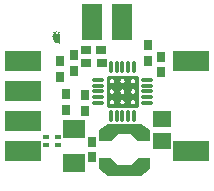
<source format=gts>
G04 DipTrace 2.4.0.2*
%INDRV2667.gts*%
%MOMM*%
%ADD10C,0.25*%
%ADD33C,0.165*%
%ADD50O,0.33X1.05*%
%ADD51O,1.05X0.33*%
%ADD52R,0.55X0.45*%
%ADD53R,2.05X1.75*%
%ADD54R,2.082X1.75*%
%ADD55R,1.65X1.75*%
%ADD57R,1.75X2.082*%
%ADD59R,1.75X1.65*%
%ADD60R,0.95X0.75*%
%ADD61R,0.75X0.95*%
%ADD62R,1.85X1.65*%
%ADD63R,1.55X1.35*%
%FSLAX53Y53*%
G04*
G71*
G90*
G75*
G01*
%LNTopMask*%
%LPD*%
D63*
X22213Y16550D3*
Y14650D3*
D62*
X14812Y12862D3*
Y15662D3*
D61*
X14786Y20624D3*
Y21924D3*
D60*
X17123Y21308D3*
X15823D3*
X15784Y22392D3*
X17084D3*
D61*
X21028Y22776D3*
Y21476D3*
X13618Y20117D3*
Y21417D3*
X16303Y13317D3*
Y14617D3*
D59*
X16350Y23970D3*
X18890D3*
D57*
X16350Y25240D3*
X18890D3*
D55*
X11270Y13810D3*
Y16350D3*
D54*
X10000Y13810D3*
Y16350D3*
D55*
X11270Y21430D3*
Y18890D3*
D54*
X10000Y21430D3*
Y18890D3*
D55*
X23970Y21430D3*
D53*
X25240D3*
D55*
X23970Y13810D3*
D53*
X25240D3*
G36*
X20236Y14663D2*
X19641Y15243D1*
X18512D1*
X17917Y14663D1*
X16907D1*
Y15600D1*
X17673Y16163D1*
X19654D1*
X20480D1*
X21247Y15600D1*
Y14663D1*
X20236D1*
G37*
G36*
X17917Y13213D2*
X18512Y12633D1*
X19641D1*
X20236Y13213D1*
X21247D1*
Y12275D1*
X20480Y11713D1*
X18499D1*
X17673D1*
X16907Y12275D1*
Y13213D1*
X17917D1*
G37*
D61*
X14132Y18628D3*
Y17328D3*
X15702Y17257D3*
Y18557D3*
X22168Y20506D3*
Y21806D3*
D52*
X13452Y14336D3*
Y15036D3*
X12452D3*
Y14336D3*
X18625Y19772D2*
D33*
X18626Y19792D1*
X18628Y19811D1*
X18631Y19830D1*
X18636Y19849D1*
X18641Y19868D1*
X18648Y19886D1*
X18657Y19904D1*
X18666Y19920D1*
X18676Y19937D1*
X18688Y19952D1*
X18700Y19967D1*
X18714Y19980D1*
X18728Y19993D1*
X18743Y20004D1*
X18759Y20014D1*
X18775Y20024D1*
X18792Y20032D1*
X18810Y20038D1*
X18828Y20044D1*
X18846Y20048D1*
X18864Y20050D1*
X18883Y20052D1*
X18901D1*
X18920Y20050D1*
X18938Y20048D1*
X18957Y20044D1*
X18975Y20038D1*
X18992Y20032D1*
X19009Y20024D1*
X19026Y20014D1*
X19041Y20004D1*
X19056Y19993D1*
X19071Y19980D1*
X19084Y19967D1*
X19097Y19952D1*
X19108Y19937D1*
X19118Y19920D1*
X19128Y19904D1*
X19136Y19886D1*
X19143Y19868D1*
X19149Y19849D1*
X19153Y19830D1*
X19156Y19811D1*
X19158Y19792D1*
X19159Y19772D1*
X19158Y19753D1*
X19156Y19733D1*
X19153Y19714D1*
X19149Y19695D1*
X19143Y19677D1*
X19136Y19659D1*
X19128Y19641D1*
X19118Y19624D1*
X19108Y19608D1*
X19097Y19593D1*
X19084Y19578D1*
X19071Y19565D1*
X19056Y19552D1*
X19041Y19541D1*
X19026Y19530D1*
X19009Y19521D1*
X18992Y19513D1*
X18975Y19507D1*
X18957Y19501D1*
X18938Y19497D1*
X18920Y19494D1*
X18901Y19493D1*
X18883D1*
X18864Y19494D1*
X18846Y19497D1*
X18828Y19501D1*
X18810Y19507D1*
X18792Y19513D1*
X18775Y19521D1*
X18759Y19530D1*
X18743Y19541D1*
X18728Y19552D1*
X18714Y19565D1*
X18700Y19578D1*
X18688Y19593D1*
X18676Y19608D1*
X18666Y19624D1*
X18657Y19641D1*
X18648Y19659D1*
X18641Y19677D1*
X18636Y19695D1*
X18631Y19714D1*
X18628Y19733D1*
X18626Y19753D1*
X18625Y19772D1*
X19529D2*
X19530Y19792D1*
X19532Y19811D1*
X19535Y19830D1*
X19539Y19849D1*
X19545Y19868D1*
X19552Y19886D1*
X19560Y19904D1*
X19569Y19920D1*
X19580Y19937D1*
X19591Y19952D1*
X19604Y19967D1*
X19617Y19980D1*
X19631Y19993D1*
X19646Y20004D1*
X19662Y20014D1*
X19679Y20024D1*
X19696Y20032D1*
X19713Y20038D1*
X19731Y20044D1*
X19749Y20048D1*
X19768Y20050D1*
X19786Y20052D1*
X19805D1*
X19823Y20050D1*
X19842Y20048D1*
X19860Y20044D1*
X19878Y20038D1*
X19895Y20032D1*
X19912Y20024D1*
X19929Y20014D1*
X19944Y20004D1*
X19960Y19993D1*
X19974Y19980D1*
X19987Y19967D1*
X20000Y19952D1*
X20011Y19937D1*
X20021Y19920D1*
X20031Y19904D1*
X20039Y19886D1*
X20046Y19868D1*
X20052Y19849D1*
X20056Y19830D1*
X20059Y19811D1*
X20061Y19792D1*
X20062Y19772D1*
X20061Y19753D1*
X20059Y19733D1*
X20056Y19714D1*
X20052Y19695D1*
X20046Y19677D1*
X20039Y19659D1*
X20031Y19641D1*
X20021Y19624D1*
X20011Y19608D1*
X20000Y19593D1*
X19987Y19578D1*
X19974Y19565D1*
X19960Y19552D1*
X19944Y19541D1*
X19929Y19530D1*
X19912Y19521D1*
X19895Y19513D1*
X19878Y19507D1*
X19860Y19501D1*
X19842Y19497D1*
X19823Y19494D1*
X19805Y19493D1*
X19786D1*
X19768Y19494D1*
X19749Y19497D1*
X19731Y19501D1*
X19713Y19507D1*
X19696Y19513D1*
X19679Y19521D1*
X19662Y19530D1*
X19646Y19541D1*
X19631Y19552D1*
X19617Y19565D1*
X19604Y19578D1*
X19591Y19593D1*
X19580Y19608D1*
X19569Y19624D1*
X19560Y19641D1*
X19552Y19659D1*
X19545Y19677D1*
X19539Y19695D1*
X19535Y19714D1*
X19532Y19733D1*
X19530Y19753D1*
X19529Y19772D1*
X17719Y18876D2*
X17720Y18895D1*
X17722Y18915D1*
X17725Y18934D1*
X17729Y18953D1*
X17735Y18971D1*
X17742Y18989D1*
X17750Y19007D1*
X17760Y19024D1*
X17770Y19040D1*
X17781Y19055D1*
X17794Y19070D1*
X17807Y19083D1*
X17822Y19096D1*
X17837Y19108D1*
X17852Y19118D1*
X17869Y19127D1*
X17886Y19135D1*
X17903Y19142D1*
X17921Y19147D1*
X17939Y19151D1*
X17958Y19154D1*
X17976Y19155D1*
X17995D1*
X18013Y19154D1*
X18032Y19151D1*
X18050Y19147D1*
X18068Y19142D1*
X18085Y19135D1*
X18102Y19127D1*
X18119Y19118D1*
X18135Y19108D1*
X18150Y19096D1*
X18164Y19083D1*
X18177Y19070D1*
X18190Y19055D1*
X18201Y19040D1*
X18212Y19024D1*
X18221Y19007D1*
X18229Y18989D1*
X18236Y18971D1*
X18242Y18953D1*
X18246Y18934D1*
X18250Y18915D1*
X18251Y18895D1*
X18252Y18876D1*
X18251Y18856D1*
X18250Y18837D1*
X18246Y18818D1*
X18242Y18799D1*
X18236Y18780D1*
X18229Y18762D1*
X18221Y18745D1*
X18212Y18728D1*
X18201Y18712D1*
X18190Y18696D1*
X18177Y18682D1*
X18164Y18668D1*
X18150Y18656D1*
X18135Y18644D1*
X18119Y18634D1*
X18102Y18625D1*
X18085Y18617D1*
X18068Y18610D1*
X18050Y18605D1*
X18032Y18601D1*
X18013Y18598D1*
X17995Y18596D1*
X17976D1*
X17958Y18598D1*
X17939Y18601D1*
X17921Y18605D1*
X17903Y18610D1*
X17886Y18617D1*
X17869Y18625D1*
X17852Y18634D1*
X17837Y18644D1*
X17822Y18656D1*
X17807Y18668D1*
X17794Y18682D1*
X17781Y18696D1*
X17770Y18712D1*
X17760Y18728D1*
X17750Y18745D1*
X17742Y18762D1*
X17735Y18780D1*
X17729Y18799D1*
X17725Y18818D1*
X17722Y18837D1*
X17720Y18856D1*
X17719Y18876D1*
X18619Y18872D2*
X18620Y18892D1*
X18621Y18911D1*
X18625Y18931D1*
X18629Y18949D1*
X18635Y18968D1*
X18642Y18986D1*
X18650Y19004D1*
X18659Y19020D1*
X18670Y19037D1*
X18681Y19052D1*
X18694Y19066D1*
X18707Y19080D1*
X18721Y19093D1*
X18736Y19104D1*
X18752Y19114D1*
X18769Y19123D1*
X18786Y19131D1*
X18803Y19138D1*
X18821Y19143D1*
X18839Y19147D1*
X18858Y19150D1*
X18876Y19152D1*
X18895D1*
X18913Y19150D1*
X18932Y19147D1*
X18950Y19143D1*
X18968Y19138D1*
X18985Y19131D1*
X19002Y19123D1*
X19019Y19114D1*
X19034Y19104D1*
X19049Y19093D1*
X19064Y19080D1*
X19077Y19066D1*
X19090Y19052D1*
X19101Y19037D1*
X19111Y19020D1*
X19121Y19004D1*
X19129Y18986D1*
X19136Y18968D1*
X19142Y18949D1*
X19146Y18931D1*
X19149Y18911D1*
X19151Y18892D1*
X19152Y18872D1*
X19151Y18853D1*
X19149Y18834D1*
X19146Y18814D1*
X19142Y18796D1*
X19136Y18777D1*
X19129Y18759D1*
X19121Y18741D1*
X19111Y18725D1*
X19101Y18708D1*
X19090Y18693D1*
X19077Y18679D1*
X19064Y18665D1*
X19049Y18652D1*
X19034Y18641D1*
X19019Y18631D1*
X19002Y18622D1*
X18985Y18614D1*
X18968Y18607D1*
X18950Y18602D1*
X18932Y18598D1*
X18913Y18595D1*
X18895Y18593D1*
X18876D1*
X18858Y18595D1*
X18839Y18598D1*
X18821Y18602D1*
X18803Y18607D1*
X18786Y18614D1*
X18769Y18622D1*
X18752Y18631D1*
X18736Y18641D1*
X18721Y18652D1*
X18707Y18665D1*
X18694Y18679D1*
X18681Y18693D1*
X18670Y18708D1*
X18659Y18725D1*
X18650Y18741D1*
X18642Y18759D1*
X18635Y18777D1*
X18629Y18796D1*
X18625Y18814D1*
X18621Y18834D1*
X18620Y18853D1*
X18619Y18872D1*
X18629D2*
X18630Y18892D1*
X18632Y18911D1*
X18635Y18931D1*
X18640Y18949D1*
X18645Y18968D1*
X18652Y18986D1*
X18660Y19004D1*
X18670Y19020D1*
X18680Y19037D1*
X18692Y19052D1*
X18704Y19066D1*
X18717Y19080D1*
X18732Y19093D1*
X18747Y19104D1*
X18762Y19114D1*
X18779Y19123D1*
X18796Y19131D1*
X18813Y19138D1*
X18831Y19143D1*
X18849Y19147D1*
X18868Y19150D1*
X18886Y19152D1*
X18905D1*
X18924Y19150D1*
X18942Y19147D1*
X18960Y19143D1*
X18978Y19138D1*
X18996Y19131D1*
X19013Y19123D1*
X19029Y19114D1*
X19045Y19104D1*
X19060Y19093D1*
X19074Y19080D1*
X19087Y19066D1*
X19100Y19052D1*
X19111Y19037D1*
X19122Y19020D1*
X19131Y19004D1*
X19139Y18986D1*
X19146Y18968D1*
X19152Y18949D1*
X19156Y18931D1*
X19160Y18911D1*
X19162Y18892D1*
Y18872D1*
Y18853D1*
X19160Y18834D1*
X19156Y18814D1*
X19152Y18796D1*
X19146Y18777D1*
X19139Y18759D1*
X19131Y18741D1*
X19122Y18725D1*
X19111Y18708D1*
X19100Y18693D1*
X19087Y18679D1*
X19074Y18665D1*
X19060Y18652D1*
X19045Y18641D1*
X19029Y18631D1*
X19013Y18622D1*
X18996Y18614D1*
X18978Y18607D1*
X18960Y18602D1*
X18942Y18598D1*
X18924Y18595D1*
X18905Y18593D1*
X18886D1*
X18868Y18595D1*
X18849Y18598D1*
X18831Y18602D1*
X18813Y18607D1*
X18796Y18614D1*
X18779Y18622D1*
X18762Y18631D1*
X18747Y18641D1*
X18732Y18652D1*
X18717Y18665D1*
X18704Y18679D1*
X18692Y18693D1*
X18680Y18708D1*
X18670Y18725D1*
X18660Y18741D1*
X18652Y18759D1*
X18645Y18777D1*
X18640Y18796D1*
X18635Y18814D1*
X18632Y18834D1*
X18630Y18853D1*
X18629Y18872D1*
X19525Y18879D2*
X19526Y18899D1*
X19528Y18918D1*
X19531Y18937D1*
X19535Y18956D1*
X19541Y18975D1*
X19548Y18993D1*
X19556Y19010D1*
X19566Y19027D1*
X19576Y19043D1*
X19588Y19059D1*
X19600Y19073D1*
X19613Y19087D1*
X19628Y19099D1*
X19643Y19111D1*
X19659Y19121D1*
X19675Y19130D1*
X19692Y19138D1*
X19709Y19145D1*
X19727Y19150D1*
X19746Y19154D1*
X19764Y19157D1*
X19783Y19158D1*
X19801D1*
X19820Y19157D1*
X19838Y19154D1*
X19856Y19150D1*
X19874Y19145D1*
X19892Y19138D1*
X19909Y19130D1*
X19925Y19121D1*
X19941Y19111D1*
X19956Y19099D1*
X19970Y19087D1*
X19984Y19073D1*
X19996Y19059D1*
X20008Y19043D1*
X20018Y19027D1*
X20027Y19010D1*
X20036Y18993D1*
X20043Y18975D1*
X20048Y18956D1*
X20053Y18937D1*
X20056Y18918D1*
X20058Y18899D1*
X20059Y18879D1*
X20058Y18860D1*
X20056Y18840D1*
X20053Y18821D1*
X20048Y18802D1*
X20043Y18784D1*
X20036Y18766D1*
X20027Y18748D1*
X20018Y18731D1*
X20008Y18715D1*
X19996Y18700D1*
X19984Y18685D1*
X19970Y18672D1*
X19956Y18659D1*
X19941Y18648D1*
X19925Y18637D1*
X19909Y18628D1*
X19892Y18620D1*
X19874Y18614D1*
X19856Y18608D1*
X19838Y18604D1*
X19820Y18601D1*
X19801Y18600D1*
X19783D1*
X19764Y18601D1*
X19746Y18604D1*
X19727Y18608D1*
X19709Y18614D1*
X19692Y18620D1*
X19675Y18628D1*
X19659Y18637D1*
X19643Y18648D1*
X19628Y18659D1*
X19613Y18672D1*
X19600Y18685D1*
X19588Y18700D1*
X19576Y18715D1*
X19566Y18731D1*
X19556Y18748D1*
X19548Y18766D1*
X19541Y18784D1*
X19535Y18802D1*
X19531Y18821D1*
X19528Y18840D1*
X19526Y18860D1*
X19525Y18879D1*
X18622Y17972D2*
X18623Y17992D1*
X18625Y18011D1*
X18628Y18030D1*
X18632Y18049D1*
X18638Y18068D1*
X18645Y18086D1*
X18653Y18103D1*
X18663Y18120D1*
X18673Y18136D1*
X18684Y18152D1*
X18697Y18166D1*
X18710Y18180D1*
X18725Y18192D1*
X18740Y18204D1*
X18755Y18214D1*
X18772Y18223D1*
X18789Y18231D1*
X18806Y18238D1*
X18824Y18243D1*
X18842Y18247D1*
X18861Y18250D1*
X18879Y18251D1*
X18898D1*
X18916Y18250D1*
X18935Y18247D1*
X18953Y18243D1*
X18971Y18238D1*
X18988Y18231D1*
X19005Y18223D1*
X19022Y18214D1*
X19038Y18204D1*
X19053Y18192D1*
X19067Y18180D1*
X19080Y18166D1*
X19093Y18152D1*
X19104Y18136D1*
X19115Y18120D1*
X19124Y18103D1*
X19132Y18086D1*
X19139Y18068D1*
X19145Y18049D1*
X19149Y18030D1*
X19153Y18011D1*
X19154Y17992D1*
X19155Y17972D1*
X19154Y17953D1*
X19153Y17933D1*
X19149Y17914D1*
X19145Y17895D1*
X19139Y17877D1*
X19132Y17859D1*
X19124Y17841D1*
X19115Y17824D1*
X19104Y17808D1*
X19093Y17793D1*
X19080Y17778D1*
X19067Y17765D1*
X19053Y17752D1*
X19038Y17741D1*
X19022Y17731D1*
X19005Y17721D1*
X18988Y17713D1*
X18971Y17707D1*
X18953Y17701D1*
X18935Y17697D1*
X18916Y17695D1*
X18898Y17693D1*
X18879D1*
X18861Y17695D1*
X18842Y17697D1*
X18824Y17701D1*
X18806Y17707D1*
X18789Y17713D1*
X18772Y17721D1*
X18755Y17731D1*
X18740Y17741D1*
X18725Y17752D1*
X18710Y17765D1*
X18697Y17778D1*
X18684Y17793D1*
X18673Y17808D1*
X18663Y17824D1*
X18653Y17841D1*
X18645Y17859D1*
X18638Y17877D1*
X18632Y17895D1*
X18628Y17914D1*
X18625Y17933D1*
X18623Y17953D1*
X18622Y17972D1*
X17726D2*
Y17992D1*
X17728Y18011D1*
X17731Y18030D1*
X17736Y18049D1*
X17742Y18068D1*
X17749Y18086D1*
X17757Y18103D1*
X17766Y18120D1*
X17777Y18136D1*
X17788Y18152D1*
X17800Y18166D1*
X17814Y18180D1*
X17828Y18192D1*
X17843Y18204D1*
X17859Y18214D1*
X17875Y18223D1*
X17892Y18231D1*
X17910Y18238D1*
X17928Y18243D1*
X17946Y18247D1*
X17964Y18250D1*
X17983Y18251D1*
X18001D1*
X18020Y18250D1*
X18038Y18247D1*
X18057Y18243D1*
X18074Y18238D1*
X18092Y18231D1*
X18109Y18223D1*
X18125Y18214D1*
X18141Y18204D1*
X18156Y18192D1*
X18170Y18180D1*
X18184Y18166D1*
X18196Y18152D1*
X18208Y18136D1*
X18218Y18120D1*
X18227Y18103D1*
X18236Y18086D1*
X18243Y18068D1*
X18248Y18049D1*
X18253Y18030D1*
X18256Y18011D1*
X18258Y17992D1*
X18259Y17972D1*
X18258Y17953D1*
X18256Y17933D1*
X18253Y17914D1*
X18248Y17895D1*
X18243Y17877D1*
X18236Y17859D1*
X18227Y17841D1*
X18218Y17824D1*
X18208Y17808D1*
X18196Y17793D1*
X18184Y17778D1*
X18170Y17765D1*
X18156Y17752D1*
X18141Y17741D1*
X18125Y17731D1*
X18109Y17721D1*
X18092Y17713D1*
X18074Y17707D1*
X18057Y17701D1*
X18038Y17697D1*
X18020Y17695D1*
X18001Y17693D1*
X17983D1*
X17964Y17695D1*
X17946Y17697D1*
X17928Y17701D1*
X17910Y17707D1*
X17892Y17713D1*
X17875Y17721D1*
X17859Y17731D1*
X17843Y17741D1*
X17828Y17752D1*
X17814Y17765D1*
X17800Y17778D1*
X17788Y17793D1*
X17777Y17808D1*
X17766Y17824D1*
X17757Y17841D1*
X17749Y17859D1*
X17742Y17877D1*
X17736Y17895D1*
X17731Y17914D1*
X17728Y17933D1*
X17726Y17953D1*
Y17972D1*
X19529D2*
X19530Y17992D1*
X19532Y18011D1*
X19535Y18030D1*
X19539Y18049D1*
X19545Y18068D1*
X19552Y18086D1*
X19560Y18103D1*
X19569Y18120D1*
X19580Y18136D1*
X19591Y18152D1*
X19604Y18166D1*
X19617Y18180D1*
X19631Y18192D1*
X19646Y18204D1*
X19662Y18214D1*
X19679Y18223D1*
X19696Y18231D1*
X19713Y18238D1*
X19731Y18243D1*
X19749Y18247D1*
X19768Y18250D1*
X19786Y18251D1*
X19805D1*
X19823Y18250D1*
X19842Y18247D1*
X19860Y18243D1*
X19878Y18238D1*
X19895Y18231D1*
X19912Y18223D1*
X19929Y18214D1*
X19944Y18204D1*
X19960Y18192D1*
X19974Y18180D1*
X19987Y18166D1*
X20000Y18152D1*
X20011Y18136D1*
X20021Y18120D1*
X20031Y18103D1*
X20039Y18086D1*
X20046Y18068D1*
X20052Y18049D1*
X20056Y18030D1*
X20059Y18011D1*
X20061Y17992D1*
X20062Y17972D1*
X20061Y17953D1*
X20059Y17933D1*
X20056Y17914D1*
X20052Y17895D1*
X20046Y17877D1*
X20039Y17859D1*
X20031Y17841D1*
X20021Y17824D1*
X20011Y17808D1*
X20000Y17793D1*
X19987Y17778D1*
X19974Y17765D1*
X19960Y17752D1*
X19944Y17741D1*
X19929Y17731D1*
X19912Y17721D1*
X19895Y17713D1*
X19878Y17707D1*
X19860Y17701D1*
X19842Y17697D1*
X19823Y17695D1*
X19805Y17693D1*
X19786D1*
X19768Y17695D1*
X19749Y17697D1*
X19731Y17701D1*
X19713Y17707D1*
X19696Y17713D1*
X19679Y17721D1*
X19662Y17731D1*
X19646Y17741D1*
X19631Y17752D1*
X19617Y17765D1*
X19604Y17778D1*
X19591Y17793D1*
X19580Y17808D1*
X19569Y17824D1*
X19560Y17841D1*
X19552Y17859D1*
X19545Y17877D1*
X19539Y17895D1*
X19535Y17914D1*
X19532Y17933D1*
X19530Y17953D1*
X19529Y17972D1*
X17696Y20082D2*
D10*
X20096D1*
Y17676D1*
X17696D1*
Y20082D1*
G36*
X18229D2*
X18710D1*
Y17699D1*
X18229D1*
Y20082D1*
G37*
G36*
X17672Y18676D2*
X20149D1*
Y18209D1*
X17672D1*
Y18676D1*
G37*
G36*
X17689Y19536D2*
X20049D1*
Y19069D1*
X17689D1*
Y19536D1*
G37*
G36*
X19119Y20176D2*
X19593D1*
Y17706D1*
X19119D1*
Y20176D1*
G37*
X17752Y19759D2*
D33*
X17753Y19779D1*
X17755Y19798D1*
X17758Y19817D1*
X17763Y19836D1*
X17768Y19855D1*
X17775Y19873D1*
X17783Y19890D1*
X17793Y19907D1*
X17803Y19923D1*
X17815Y19939D1*
X17827Y19953D1*
X17840Y19967D1*
X17855Y19979D1*
X17870Y19991D1*
X17886Y20001D1*
X17902Y20010D1*
X17919Y20018D1*
X17936Y20025D1*
X17954Y20030D1*
X17972Y20034D1*
X17991Y20037D1*
X18009Y20038D1*
X18028D1*
X18047Y20037D1*
X18065Y20034D1*
X18083Y20030D1*
X18101Y20025D1*
X18119Y20018D1*
X18136Y20010D1*
X18152Y20001D1*
X18168Y19991D1*
X18183Y19979D1*
X18197Y19967D1*
X18210Y19953D1*
X18223Y19939D1*
X18234Y19923D1*
X18245Y19907D1*
X18254Y19890D1*
X18262Y19873D1*
X18269Y19855D1*
X18275Y19836D1*
X18279Y19817D1*
X18283Y19798D1*
X18285Y19779D1*
Y19759D1*
Y19740D1*
X18283Y19720D1*
X18279Y19701D1*
X18275Y19682D1*
X18269Y19664D1*
X18262Y19645D1*
X18254Y19628D1*
X18245Y19611D1*
X18234Y19595D1*
X18223Y19579D1*
X18210Y19565D1*
X18197Y19551D1*
X18183Y19539D1*
X18168Y19527D1*
X18152Y19517D1*
X18136Y19508D1*
X18119Y19500D1*
X18101Y19493D1*
X18083Y19488D1*
X18065Y19484D1*
X18047Y19481D1*
X18028Y19480D1*
X18009D1*
X17991Y19481D1*
X17972Y19484D1*
X17954Y19488D1*
X17936Y19493D1*
X17919Y19500D1*
X17902Y19508D1*
X17886Y19517D1*
X17870Y19527D1*
X17855Y19539D1*
X17840Y19551D1*
X17827Y19565D1*
X17815Y19579D1*
X17803Y19595D1*
X17793Y19611D1*
X17783Y19628D1*
X17775Y19645D1*
X17768Y19664D1*
X17763Y19682D1*
X17758Y19701D1*
X17755Y19720D1*
X17753Y19740D1*
X17752Y19759D1*
D51*
X16846Y19876D3*
Y19376D3*
Y18876D3*
Y18376D3*
Y17876D3*
D50*
X17896Y16826D3*
X18396D3*
X18896D3*
X19396D3*
X19896D3*
D51*
X20946Y17876D3*
Y18376D3*
Y18876D3*
Y19376D3*
Y19876D3*
D50*
X19896Y20926D3*
X19396D3*
X18896D3*
X18396D3*
X17896D3*
G36*
X13599Y22935D2*
X13408Y22964D1*
X13261Y23024D1*
X13167Y23100D1*
X13091Y23176D1*
X13027Y23289D1*
X13002Y23354D1*
X12982Y23449D1*
X12972Y23500D1*
X12966Y23583D1*
X12989Y23647D1*
X13027Y23685D1*
X13053Y23711D1*
X13065Y23775D1*
X13060Y23800D1*
X13045Y23851D1*
X13015Y23878D1*
X13096Y23978D1*
X13172Y23927D1*
X13190D1*
X13226Y24016D1*
X13281Y24028D1*
X13383Y24039D1*
X13276Y23786D1*
Y23754D1*
X13284Y23711D1*
X13307Y23701D1*
X13358Y23721D1*
X13421Y23837D1*
X13492Y24008D1*
X13543Y23983D1*
X13597Y23919D1*
X13523Y23729D1*
X13561Y23735D1*
X13599D1*
Y22935D1*
G37*
M02*

</source>
